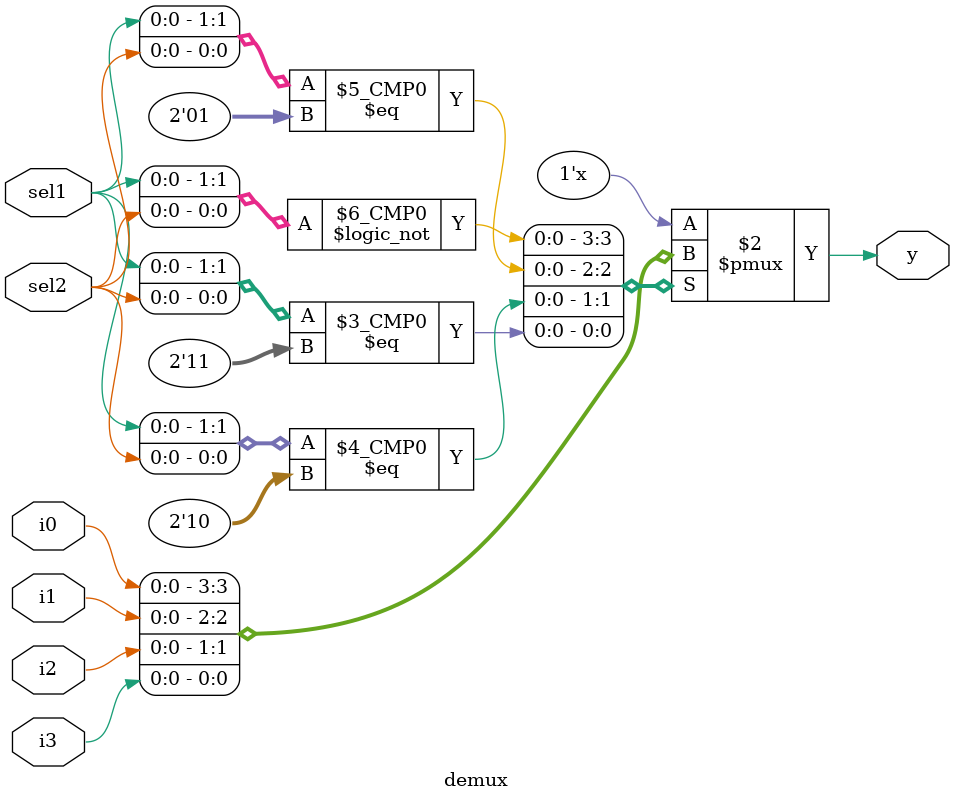
<source format=v>
module demux(
 	input  i0,
 	input  i1,
 	input  i2,
 	input  i3,
 	input sel1,
 	input  sel2,
 	output reg y
 	);
 always @(i0 or i1 or i2 or i3 or sel1 or sel2)
 begin
  	case({sel1,sel2})
  	2'b00:
  	y <= i0;
  	2'b01:
  	y <= i1;
  	2'b10:
  	y <=i2;
  	2'b11:
  	y <= i3;
  	default: y <= 1'bx;
  endcase
  end
 endmodule
 	 

</source>
